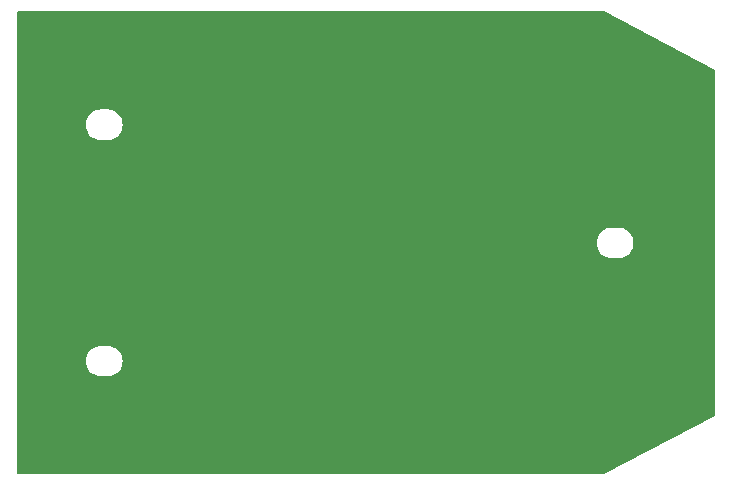
<source format=gbr>
%TF.GenerationSoftware,KiCad,Pcbnew,7.0.8*%
%TF.CreationDate,2024-03-12T18:50:45-04:00*%
%TF.ProjectId,XORgate,584f5267-6174-4652-9e6b-696361645f70,rev?*%
%TF.SameCoordinates,Original*%
%TF.FileFunction,Copper,L2,Bot*%
%TF.FilePolarity,Positive*%
%FSLAX46Y46*%
G04 Gerber Fmt 4.6, Leading zero omitted, Abs format (unit mm)*
G04 Created by KiCad (PCBNEW 7.0.8) date 2024-03-12 18:50:45*
%MOMM*%
%LPD*%
G01*
G04 APERTURE LIST*
G04 APERTURE END LIST*
%TA.AperFunction,Conductor*%
%TO.N,GND*%
G36*
X168536523Y-85409239D02*
G01*
X177948323Y-90362817D01*
X177972298Y-90391653D01*
X177974500Y-90406177D01*
X177974500Y-119601020D01*
X177960148Y-119635668D01*
X177948322Y-119644381D01*
X168536523Y-124597961D01*
X168513701Y-124603600D01*
X118950100Y-124603600D01*
X118915452Y-124589248D01*
X118901100Y-124554600D01*
X118901100Y-115000000D01*
X124694532Y-115000000D01*
X124714365Y-115226694D01*
X124714366Y-115226700D01*
X124773258Y-115446488D01*
X124773259Y-115446493D01*
X124869430Y-115652732D01*
X124869438Y-115652744D01*
X124999948Y-115839133D01*
X124999954Y-115839140D01*
X125160859Y-116000045D01*
X125160866Y-116000051D01*
X125347255Y-116130561D01*
X125347267Y-116130569D01*
X125553506Y-116226740D01*
X125553511Y-116226741D01*
X125773299Y-116285633D01*
X125773303Y-116285633D01*
X125773308Y-116285635D01*
X125888535Y-116295716D01*
X125943212Y-116300500D01*
X125943216Y-116300500D01*
X126556788Y-116300500D01*
X126607392Y-116296072D01*
X126726692Y-116285635D01*
X126726698Y-116285633D01*
X126726700Y-116285633D01*
X126836594Y-116256187D01*
X126946490Y-116226740D01*
X126946493Y-116226740D01*
X126946493Y-116226739D01*
X126946496Y-116226739D01*
X127152734Y-116130568D01*
X127339139Y-116000047D01*
X127500047Y-115839139D01*
X127630568Y-115652734D01*
X127726739Y-115446496D01*
X127785635Y-115226692D01*
X127805468Y-115000000D01*
X127785635Y-114773308D01*
X127726739Y-114553504D01*
X127630569Y-114347267D01*
X127630561Y-114347255D01*
X127500051Y-114160866D01*
X127500045Y-114160859D01*
X127339140Y-113999954D01*
X127339133Y-113999948D01*
X127152744Y-113869438D01*
X127152732Y-113869430D01*
X126946493Y-113773259D01*
X126946488Y-113773258D01*
X126726700Y-113714366D01*
X126726694Y-113714365D01*
X126556788Y-113699500D01*
X126556784Y-113699500D01*
X125943216Y-113699500D01*
X125943212Y-113699500D01*
X125773305Y-113714365D01*
X125773299Y-113714366D01*
X125553511Y-113773258D01*
X125553506Y-113773259D01*
X125347267Y-113869430D01*
X125347255Y-113869438D01*
X125160866Y-113999948D01*
X125160859Y-113999954D01*
X124999954Y-114160859D01*
X124999948Y-114160866D01*
X124869438Y-114347255D01*
X124869430Y-114347267D01*
X124773259Y-114553506D01*
X124773258Y-114553511D01*
X124714366Y-114773299D01*
X124714365Y-114773305D01*
X124694532Y-115000000D01*
X118901100Y-115000000D01*
X118901100Y-105000000D01*
X167944532Y-105000000D01*
X167964365Y-105226694D01*
X167964366Y-105226700D01*
X168023258Y-105446488D01*
X168023259Y-105446493D01*
X168119430Y-105652732D01*
X168119438Y-105652744D01*
X168249948Y-105839133D01*
X168249954Y-105839140D01*
X168410859Y-106000045D01*
X168410866Y-106000051D01*
X168597255Y-106130561D01*
X168597267Y-106130569D01*
X168803506Y-106226740D01*
X168803511Y-106226741D01*
X169023299Y-106285633D01*
X169023303Y-106285633D01*
X169023308Y-106285635D01*
X169138535Y-106295716D01*
X169193212Y-106300500D01*
X169193216Y-106300500D01*
X169806788Y-106300500D01*
X169857392Y-106296072D01*
X169976692Y-106285635D01*
X169976698Y-106285633D01*
X169976700Y-106285633D01*
X170086594Y-106256187D01*
X170196490Y-106226740D01*
X170196493Y-106226740D01*
X170196493Y-106226739D01*
X170196496Y-106226739D01*
X170402734Y-106130568D01*
X170589139Y-106000047D01*
X170750047Y-105839139D01*
X170880568Y-105652734D01*
X170976739Y-105446496D01*
X171035635Y-105226692D01*
X171055468Y-105000000D01*
X171035635Y-104773308D01*
X170976739Y-104553504D01*
X170880569Y-104347267D01*
X170880561Y-104347255D01*
X170750051Y-104160866D01*
X170750045Y-104160859D01*
X170589140Y-103999954D01*
X170589133Y-103999948D01*
X170402744Y-103869438D01*
X170402732Y-103869430D01*
X170196493Y-103773259D01*
X170196488Y-103773258D01*
X169976700Y-103714366D01*
X169976694Y-103714365D01*
X169806788Y-103699500D01*
X169806784Y-103699500D01*
X169193216Y-103699500D01*
X169193212Y-103699500D01*
X169023305Y-103714365D01*
X169023299Y-103714366D01*
X168803511Y-103773258D01*
X168803506Y-103773259D01*
X168597267Y-103869430D01*
X168597255Y-103869438D01*
X168410866Y-103999948D01*
X168410859Y-103999954D01*
X168249954Y-104160859D01*
X168249948Y-104160866D01*
X168119438Y-104347255D01*
X168119430Y-104347267D01*
X168023259Y-104553506D01*
X168023258Y-104553511D01*
X167964366Y-104773299D01*
X167964365Y-104773305D01*
X167944532Y-105000000D01*
X118901100Y-105000000D01*
X118901100Y-95000000D01*
X124694532Y-95000000D01*
X124714365Y-95226694D01*
X124714366Y-95226700D01*
X124773258Y-95446488D01*
X124773259Y-95446493D01*
X124869430Y-95652732D01*
X124869438Y-95652744D01*
X124999948Y-95839133D01*
X124999954Y-95839140D01*
X125160859Y-96000045D01*
X125160866Y-96000051D01*
X125347255Y-96130561D01*
X125347267Y-96130569D01*
X125553506Y-96226740D01*
X125553511Y-96226741D01*
X125773299Y-96285633D01*
X125773303Y-96285633D01*
X125773308Y-96285635D01*
X125888535Y-96295716D01*
X125943212Y-96300500D01*
X125943216Y-96300500D01*
X126556788Y-96300500D01*
X126607392Y-96296072D01*
X126726692Y-96285635D01*
X126726698Y-96285633D01*
X126726700Y-96285633D01*
X126836594Y-96256187D01*
X126946490Y-96226740D01*
X126946493Y-96226740D01*
X126946493Y-96226739D01*
X126946496Y-96226739D01*
X127152734Y-96130568D01*
X127339139Y-96000047D01*
X127500047Y-95839139D01*
X127630568Y-95652734D01*
X127726739Y-95446496D01*
X127785635Y-95226692D01*
X127805468Y-95000000D01*
X127785635Y-94773308D01*
X127726739Y-94553504D01*
X127630569Y-94347267D01*
X127630561Y-94347255D01*
X127500051Y-94160866D01*
X127500045Y-94160859D01*
X127339140Y-93999954D01*
X127339133Y-93999948D01*
X127152744Y-93869438D01*
X127152732Y-93869430D01*
X126946493Y-93773259D01*
X126946488Y-93773258D01*
X126726700Y-93714366D01*
X126726694Y-93714365D01*
X126556788Y-93699500D01*
X126556784Y-93699500D01*
X125943216Y-93699500D01*
X125943212Y-93699500D01*
X125773305Y-93714365D01*
X125773299Y-93714366D01*
X125553511Y-93773258D01*
X125553506Y-93773259D01*
X125347267Y-93869430D01*
X125347255Y-93869438D01*
X125160866Y-93999948D01*
X125160859Y-93999954D01*
X124999954Y-94160859D01*
X124999948Y-94160866D01*
X124869438Y-94347255D01*
X124869430Y-94347267D01*
X124773259Y-94553506D01*
X124773258Y-94553511D01*
X124714366Y-94773299D01*
X124714365Y-94773305D01*
X124694532Y-95000000D01*
X118901100Y-95000000D01*
X118901100Y-85452600D01*
X118915452Y-85417952D01*
X118950100Y-85403600D01*
X168513701Y-85403600D01*
X168536523Y-85409239D01*
G37*
%TD.AperFunction*%
%TD*%
M02*

</source>
